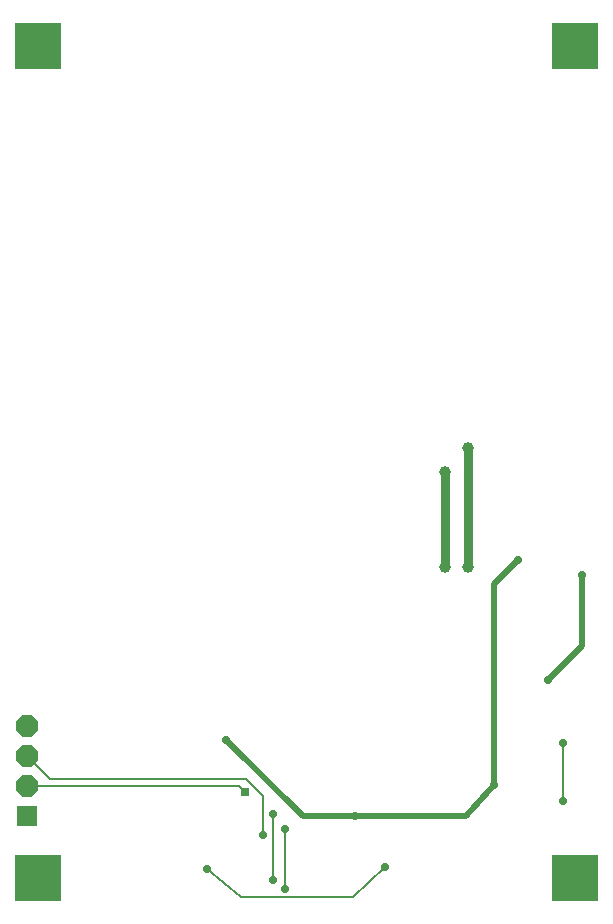
<source format=gbl>
G75*
G70*
%OFA0B0*%
%FSLAX24Y24*%
%IPPOS*%
%LPD*%
%AMOC8*
5,1,8,0,0,1.08239X$1,22.5*
%
%ADD10C,0.0197*%
%ADD11C,0.0079*%
%ADD12R,0.0709X0.0709*%
%ADD13OC8,0.0709*%
%ADD14C,0.0080*%
%ADD15C,0.0290*%
%ADD16C,0.0315*%
%ADD17C,0.0396*%
%ADD18R,0.0290X0.0290*%
%ADD19R,0.1581X0.1581*%
D10*
X008567Y006941D02*
X011129Y004379D01*
X012879Y004379D01*
X016567Y004379D01*
X017504Y005435D01*
X017504Y012129D01*
X018317Y012941D01*
X020441Y012441D02*
X020441Y010067D01*
X019317Y008941D01*
X012879Y004379D02*
X012851Y004379D01*
D11*
X013879Y002754D02*
X013870Y002745D01*
X013879Y002695D02*
X012817Y001691D01*
X010543Y001963D02*
X010543Y003947D01*
X010144Y004457D02*
X010144Y002257D01*
X009254Y005629D02*
X002691Y005629D01*
D12*
X001941Y004379D03*
D13*
X001941Y005379D03*
X001941Y006379D03*
X001941Y007379D03*
D14*
X001941Y006379D02*
X002691Y005629D01*
X001941Y005379D02*
X009004Y005379D01*
X009191Y005191D01*
X009254Y005629D02*
X009817Y005067D01*
X009817Y003754D01*
X007932Y002629D02*
X009067Y001691D01*
X012817Y001691D01*
X019817Y004879D02*
X019817Y006817D01*
D15*
X019817Y006817D03*
X019817Y004879D03*
X017504Y005435D03*
X019317Y008941D03*
X020441Y012441D03*
X018317Y012941D03*
X012879Y004379D03*
X013879Y002695D03*
X010543Y001963D03*
X010144Y002257D03*
X009817Y003754D03*
X010144Y004457D03*
X010543Y003947D03*
X008567Y006941D03*
X007932Y002629D03*
D16*
X015858Y012709D02*
X015858Y015858D01*
X016646Y016646D02*
X016646Y012709D01*
D17*
X016646Y012709D03*
X015858Y012709D03*
X015858Y015858D03*
X016646Y016646D03*
D18*
X009191Y005191D03*
D19*
X002317Y002317D03*
X020191Y002317D03*
X020191Y030067D03*
X002317Y030067D03*
M02*

</source>
